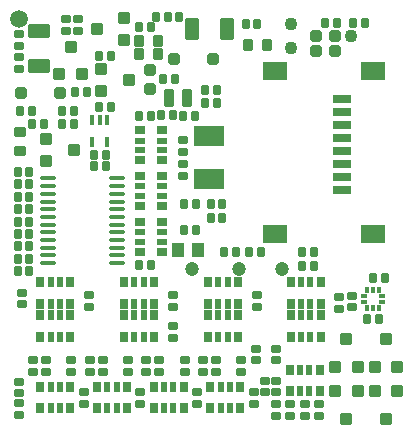
<source format=gbs>
G04*
G04 #@! TF.GenerationSoftware,Altium Limited,Altium Designer,23.8.1 (32)*
G04*
G04 Layer_Color=16711935*
%FSLAX25Y25*%
%MOIN*%
G70*
G04*
G04 #@! TF.SameCoordinates,1743D94C-C548-4208-902B-E8BBFEDC475C*
G04*
G04*
G04 #@! TF.FilePolarity,Negative*
G04*
G01*
G75*
G04:AMPARAMS|DCode=56|XSize=29.53mil|YSize=35.43mil|CornerRadius=4.53mil|HoleSize=0mil|Usage=FLASHONLY|Rotation=270.000|XOffset=0mil|YOffset=0mil|HoleType=Round|Shape=RoundedRectangle|*
%AMROUNDEDRECTD56*
21,1,0.02953,0.02638,0,0,270.0*
21,1,0.02047,0.03543,0,0,270.0*
1,1,0.00906,-0.01319,-0.01024*
1,1,0.00906,-0.01319,0.01024*
1,1,0.00906,0.01319,0.01024*
1,1,0.00906,0.01319,-0.01024*
%
%ADD56ROUNDEDRECTD56*%
G04:AMPARAMS|DCode=57|XSize=21.65mil|YSize=35.43mil|CornerRadius=3.74mil|HoleSize=0mil|Usage=FLASHONLY|Rotation=270.000|XOffset=0mil|YOffset=0mil|HoleType=Round|Shape=RoundedRectangle|*
%AMROUNDEDRECTD57*
21,1,0.02165,0.02795,0,0,270.0*
21,1,0.01417,0.03543,0,0,270.0*
1,1,0.00748,-0.01398,-0.00709*
1,1,0.00748,-0.01398,0.00709*
1,1,0.00748,0.01398,0.00709*
1,1,0.00748,0.01398,-0.00709*
%
%ADD57ROUNDEDRECTD57*%
G04:AMPARAMS|DCode=64|XSize=31.5mil|YSize=27.56mil|CornerRadius=4.33mil|HoleSize=0mil|Usage=FLASHONLY|Rotation=90.000|XOffset=0mil|YOffset=0mil|HoleType=Round|Shape=RoundedRectangle|*
%AMROUNDEDRECTD64*
21,1,0.03150,0.01890,0,0,90.0*
21,1,0.02284,0.02756,0,0,90.0*
1,1,0.00866,0.00945,0.01142*
1,1,0.00866,0.00945,-0.01142*
1,1,0.00866,-0.00945,-0.01142*
1,1,0.00866,-0.00945,0.01142*
%
%ADD64ROUNDEDRECTD64*%
G04:AMPARAMS|DCode=68|XSize=31.5mil|YSize=27.56mil|CornerRadius=4.33mil|HoleSize=0mil|Usage=FLASHONLY|Rotation=180.000|XOffset=0mil|YOffset=0mil|HoleType=Round|Shape=RoundedRectangle|*
%AMROUNDEDRECTD68*
21,1,0.03150,0.01890,0,0,180.0*
21,1,0.02284,0.02756,0,0,180.0*
1,1,0.00866,-0.01142,0.00945*
1,1,0.00866,0.01142,0.00945*
1,1,0.00866,0.01142,-0.00945*
1,1,0.00866,-0.01142,-0.00945*
%
%ADD68ROUNDEDRECTD68*%
G04:AMPARAMS|DCode=70|XSize=39.37mil|YSize=41.34mil|CornerRadius=5.51mil|HoleSize=0mil|Usage=FLASHONLY|Rotation=270.000|XOffset=0mil|YOffset=0mil|HoleType=Round|Shape=RoundedRectangle|*
%AMROUNDEDRECTD70*
21,1,0.03937,0.03032,0,0,270.0*
21,1,0.02835,0.04134,0,0,270.0*
1,1,0.01102,-0.01516,-0.01417*
1,1,0.01102,-0.01516,0.01417*
1,1,0.01102,0.01516,0.01417*
1,1,0.01102,0.01516,-0.01417*
%
%ADD70ROUNDEDRECTD70*%
G04:AMPARAMS|DCode=74|XSize=31.5mil|YSize=40.16mil|CornerRadius=4.72mil|HoleSize=0mil|Usage=FLASHONLY|Rotation=0.000|XOffset=0mil|YOffset=0mil|HoleType=Round|Shape=RoundedRectangle|*
%AMROUNDEDRECTD74*
21,1,0.03150,0.03071,0,0,0.0*
21,1,0.02205,0.04016,0,0,0.0*
1,1,0.00945,0.01102,-0.01535*
1,1,0.00945,-0.01102,-0.01535*
1,1,0.00945,-0.01102,0.01535*
1,1,0.00945,0.01102,0.01535*
%
%ADD74ROUNDEDRECTD74*%
G04:AMPARAMS|DCode=76|XSize=39.37mil|YSize=41.34mil|CornerRadius=5.51mil|HoleSize=0mil|Usage=FLASHONLY|Rotation=270.000|XOffset=0mil|YOffset=0mil|HoleType=Round|Shape=RoundedRectangle|*
%AMROUNDEDRECTD76*
21,1,0.03937,0.03032,0,0,270.0*
21,1,0.02835,0.04134,0,0,270.0*
1,1,0.01102,-0.01516,-0.01417*
1,1,0.01102,-0.01516,0.01417*
1,1,0.01102,0.01516,0.01417*
1,1,0.01102,0.01516,-0.01417*
%
%ADD76ROUNDEDRECTD76*%
%ADD81C,0.04724*%
%ADD82C,0.04294*%
%ADD83C,0.05906*%
G04:AMPARAMS|DCode=114|XSize=37.4mil|YSize=37.4mil|CornerRadius=5.32mil|HoleSize=0mil|Usage=FLASHONLY|Rotation=90.000|XOffset=0mil|YOffset=0mil|HoleType=Round|Shape=RoundedRectangle|*
%AMROUNDEDRECTD114*
21,1,0.03740,0.02677,0,0,90.0*
21,1,0.02677,0.03740,0,0,90.0*
1,1,0.01063,0.01339,0.01339*
1,1,0.01063,0.01339,-0.01339*
1,1,0.01063,-0.01339,-0.01339*
1,1,0.01063,-0.01339,0.01339*
%
%ADD114ROUNDEDRECTD114*%
G04:AMPARAMS|DCode=115|XSize=29.53mil|YSize=35.43mil|CornerRadius=4.53mil|HoleSize=0mil|Usage=FLASHONLY|Rotation=0.000|XOffset=0mil|YOffset=0mil|HoleType=Round|Shape=RoundedRectangle|*
%AMROUNDEDRECTD115*
21,1,0.02953,0.02638,0,0,0.0*
21,1,0.02047,0.03543,0,0,0.0*
1,1,0.00906,0.01024,-0.01319*
1,1,0.00906,-0.01024,-0.01319*
1,1,0.00906,-0.01024,0.01319*
1,1,0.00906,0.01024,0.01319*
%
%ADD115ROUNDEDRECTD115*%
G04:AMPARAMS|DCode=116|XSize=21.65mil|YSize=35.43mil|CornerRadius=3.74mil|HoleSize=0mil|Usage=FLASHONLY|Rotation=0.000|XOffset=0mil|YOffset=0mil|HoleType=Round|Shape=RoundedRectangle|*
%AMROUNDEDRECTD116*
21,1,0.02165,0.02795,0,0,0.0*
21,1,0.01417,0.03543,0,0,0.0*
1,1,0.00748,0.00709,-0.01398*
1,1,0.00748,-0.00709,-0.01398*
1,1,0.00748,-0.00709,0.01398*
1,1,0.00748,0.00709,0.01398*
%
%ADD116ROUNDEDRECTD116*%
G04:AMPARAMS|DCode=117|XSize=37.4mil|YSize=37.4mil|CornerRadius=5.32mil|HoleSize=0mil|Usage=FLASHONLY|Rotation=0.000|XOffset=0mil|YOffset=0mil|HoleType=Round|Shape=RoundedRectangle|*
%AMROUNDEDRECTD117*
21,1,0.03740,0.02677,0,0,0.0*
21,1,0.02677,0.03740,0,0,0.0*
1,1,0.01063,0.01339,-0.01339*
1,1,0.01063,-0.01339,-0.01339*
1,1,0.01063,-0.01339,0.01339*
1,1,0.01063,0.01339,0.01339*
%
%ADD117ROUNDEDRECTD117*%
G04:AMPARAMS|DCode=118|XSize=82.68mil|YSize=61.02mil|CornerRadius=7.68mil|HoleSize=0mil|Usage=FLASHONLY|Rotation=180.000|XOffset=0mil|YOffset=0mil|HoleType=Round|Shape=RoundedRectangle|*
%AMROUNDEDRECTD118*
21,1,0.08268,0.04567,0,0,180.0*
21,1,0.06732,0.06102,0,0,180.0*
1,1,0.01535,-0.03366,0.02284*
1,1,0.01535,0.03366,0.02284*
1,1,0.01535,0.03366,-0.02284*
1,1,0.01535,-0.03366,-0.02284*
%
%ADD118ROUNDEDRECTD118*%
G04:AMPARAMS|DCode=119|XSize=62.99mil|YSize=29.53mil|CornerRadius=4.53mil|HoleSize=0mil|Usage=FLASHONLY|Rotation=180.000|XOffset=0mil|YOffset=0mil|HoleType=Round|Shape=RoundedRectangle|*
%AMROUNDEDRECTD119*
21,1,0.06299,0.02047,0,0,180.0*
21,1,0.05394,0.02953,0,0,180.0*
1,1,0.00906,-0.02697,0.01024*
1,1,0.00906,0.02697,0.01024*
1,1,0.00906,0.02697,-0.01024*
1,1,0.00906,-0.02697,-0.01024*
%
%ADD119ROUNDEDRECTD119*%
G04:AMPARAMS|DCode=120|XSize=39.37mil|YSize=41.34mil|CornerRadius=5.51mil|HoleSize=0mil|Usage=FLASHONLY|Rotation=180.000|XOffset=0mil|YOffset=0mil|HoleType=Round|Shape=RoundedRectangle|*
%AMROUNDEDRECTD120*
21,1,0.03937,0.03032,0,0,180.0*
21,1,0.02835,0.04134,0,0,180.0*
1,1,0.01102,-0.01417,0.01516*
1,1,0.01102,0.01417,0.01516*
1,1,0.01102,0.01417,-0.01516*
1,1,0.01102,-0.01417,-0.01516*
%
%ADD120ROUNDEDRECTD120*%
%ADD121R,0.01772X0.01870*%
G04:AMPARAMS|DCode=122|XSize=16.54mil|YSize=35.43mil|CornerRadius=3.23mil|HoleSize=0mil|Usage=FLASHONLY|Rotation=180.000|XOffset=0mil|YOffset=0mil|HoleType=Round|Shape=RoundedRectangle|*
%AMROUNDEDRECTD122*
21,1,0.01654,0.02898,0,0,180.0*
21,1,0.01008,0.03543,0,0,180.0*
1,1,0.00646,-0.00504,0.01449*
1,1,0.00646,0.00504,0.01449*
1,1,0.00646,0.00504,-0.01449*
1,1,0.00646,-0.00504,-0.01449*
%
%ADD122ROUNDEDRECTD122*%
%ADD123O,0.05354X0.01378*%
G04:AMPARAMS|DCode=124|XSize=74.8mil|YSize=49.21mil|CornerRadius=6.5mil|HoleSize=0mil|Usage=FLASHONLY|Rotation=0.000|XOffset=0mil|YOffset=0mil|HoleType=Round|Shape=RoundedRectangle|*
%AMROUNDEDRECTD124*
21,1,0.07480,0.03622,0,0,0.0*
21,1,0.06181,0.04921,0,0,0.0*
1,1,0.01299,0.03091,-0.01811*
1,1,0.01299,-0.03091,-0.01811*
1,1,0.01299,-0.03091,0.01811*
1,1,0.01299,0.03091,0.01811*
%
%ADD124ROUNDEDRECTD124*%
G04:AMPARAMS|DCode=125|XSize=39.76mil|YSize=37.4mil|CornerRadius=5.32mil|HoleSize=0mil|Usage=FLASHONLY|Rotation=0.000|XOffset=0mil|YOffset=0mil|HoleType=Round|Shape=RoundedRectangle|*
%AMROUNDEDRECTD125*
21,1,0.03976,0.02677,0,0,0.0*
21,1,0.02913,0.03740,0,0,0.0*
1,1,0.01063,0.01457,-0.01339*
1,1,0.01063,-0.01457,-0.01339*
1,1,0.01063,-0.01457,0.01339*
1,1,0.01063,0.01457,0.01339*
%
%ADD125ROUNDEDRECTD125*%
%ADD126R,0.09843X0.07087*%
%ADD127R,0.01870X0.01772*%
G04:AMPARAMS|DCode=128|XSize=31.5mil|YSize=59.06mil|CornerRadius=4.72mil|HoleSize=0mil|Usage=FLASHONLY|Rotation=0.000|XOffset=0mil|YOffset=0mil|HoleType=Round|Shape=RoundedRectangle|*
%AMROUNDEDRECTD128*
21,1,0.03150,0.04961,0,0,0.0*
21,1,0.02205,0.05906,0,0,0.0*
1,1,0.00945,0.01102,-0.02480*
1,1,0.00945,-0.01102,-0.02480*
1,1,0.00945,-0.01102,0.02480*
1,1,0.00945,0.01102,0.02480*
%
%ADD128ROUNDEDRECTD128*%
G04:AMPARAMS|DCode=129|XSize=39.37mil|YSize=41.34mil|CornerRadius=5.51mil|HoleSize=0mil|Usage=FLASHONLY|Rotation=180.000|XOffset=0mil|YOffset=0mil|HoleType=Round|Shape=RoundedRectangle|*
%AMROUNDEDRECTD129*
21,1,0.03937,0.03032,0,0,180.0*
21,1,0.02835,0.04134,0,0,180.0*
1,1,0.01102,-0.01417,0.01516*
1,1,0.01102,0.01417,0.01516*
1,1,0.01102,0.01417,-0.01516*
1,1,0.01102,-0.01417,-0.01516*
%
%ADD129ROUNDEDRECTD129*%
%ADD130R,0.04331X0.04724*%
G04:AMPARAMS|DCode=131|XSize=74.8mil|YSize=49.21mil|CornerRadius=6.5mil|HoleSize=0mil|Usage=FLASHONLY|Rotation=90.000|XOffset=0mil|YOffset=0mil|HoleType=Round|Shape=RoundedRectangle|*
%AMROUNDEDRECTD131*
21,1,0.07480,0.03622,0,0,90.0*
21,1,0.06181,0.04921,0,0,90.0*
1,1,0.01299,0.01811,0.03091*
1,1,0.01299,0.01811,-0.03091*
1,1,0.01299,-0.01811,-0.03091*
1,1,0.01299,-0.01811,0.03091*
%
%ADD131ROUNDEDRECTD131*%
G04:AMPARAMS|DCode=132|XSize=31.5mil|YSize=40.16mil|CornerRadius=4.72mil|HoleSize=0mil|Usage=FLASHONLY|Rotation=90.000|XOffset=0mil|YOffset=0mil|HoleType=Round|Shape=RoundedRectangle|*
%AMROUNDEDRECTD132*
21,1,0.03150,0.03071,0,0,90.0*
21,1,0.02205,0.04016,0,0,90.0*
1,1,0.00945,0.01535,0.01102*
1,1,0.00945,0.01535,-0.01102*
1,1,0.00945,-0.01535,-0.01102*
1,1,0.00945,-0.01535,0.01102*
%
%ADD132ROUNDEDRECTD132*%
D56*
X51969Y85039D02*
D03*
Y59744D02*
D03*
Y75000D02*
D03*
Y69784D02*
D03*
X44882Y100295D02*
D03*
X51969D02*
D03*
X51969Y90256D02*
D03*
X44882D02*
D03*
X44882Y59744D02*
D03*
Y69784D02*
D03*
Y75000D02*
D03*
Y85039D02*
D03*
D57*
X51969Y81594D02*
D03*
Y66339D02*
D03*
Y78445D02*
D03*
Y63189D02*
D03*
X51969Y93701D02*
D03*
Y96850D02*
D03*
X44882Y96850D02*
D03*
X44882Y93701D02*
D03*
X44882Y66339D02*
D03*
Y63189D02*
D03*
Y81594D02*
D03*
Y78445D02*
D03*
D64*
X53937Y138189D02*
D03*
X50000D02*
D03*
X48425Y134646D02*
D03*
X44488D02*
D03*
X56299Y117323D02*
D03*
X52362D02*
D03*
X84952Y59621D02*
D03*
X81015D02*
D03*
X76756D02*
D03*
X72819D02*
D03*
X33434Y92088D02*
D03*
X29497D02*
D03*
X33434Y88365D02*
D03*
X29497D02*
D03*
X31018Y125197D02*
D03*
X34955D02*
D03*
X119652Y136130D02*
D03*
X83904Y135891D02*
D03*
X98819Y59621D02*
D03*
X66535Y113779D02*
D03*
Y109449D02*
D03*
X63105Y105230D02*
D03*
X51828Y105285D02*
D03*
X72244Y75625D02*
D03*
X63455D02*
D03*
X59518Y67140D02*
D03*
X124435Y37274D02*
D03*
X98819Y55118D02*
D03*
X57874Y138189D02*
D03*
X44488Y105194D02*
D03*
X22835Y106592D02*
D03*
X8770D02*
D03*
X22835Y102362D02*
D03*
X8770D02*
D03*
X48473Y55454D02*
D03*
X3937Y53543D02*
D03*
X70472Y113779D02*
D03*
X59518Y75625D02*
D03*
X68307D02*
D03*
Y71137D02*
D03*
X72244D02*
D03*
X126378Y51181D02*
D03*
X122441D02*
D03*
X120498Y37274D02*
D03*
X35053Y108098D02*
D03*
X31116D02*
D03*
X4832Y106592D02*
D03*
X48425Y105194D02*
D03*
X63455Y67140D02*
D03*
X55765Y105285D02*
D03*
X59168Y105230D02*
D03*
X18898Y102362D02*
D03*
X44536Y55454D02*
D03*
X7874Y53543D02*
D03*
X79967Y135891D02*
D03*
X53937Y138189D02*
D03*
X27165Y113165D02*
D03*
X23228D02*
D03*
X18898Y106592D02*
D03*
X102756Y55118D02*
D03*
Y59621D02*
D03*
X70472Y109449D02*
D03*
X115715Y136130D02*
D03*
X106399D02*
D03*
X110336D02*
D03*
X12707Y102362D02*
D03*
X3937Y57480D02*
D03*
X7874D02*
D03*
X3937Y69882D02*
D03*
X7874D02*
D03*
X3937Y74016D02*
D03*
X7874D02*
D03*
X3937Y82284D02*
D03*
X7874D02*
D03*
X3937Y78150D02*
D03*
X7874D02*
D03*
X3937Y86417D02*
D03*
X7874D02*
D03*
X3937Y65748D02*
D03*
X7874D02*
D03*
X3937Y61614D02*
D03*
X7874D02*
D03*
D68*
X58927Y88976D02*
D03*
Y93209D02*
D03*
X104331Y5118D02*
D03*
X99606Y5118D02*
D03*
X94882D02*
D03*
X90158D02*
D03*
X20079Y133465D02*
D03*
X24213D02*
D03*
X115393Y41244D02*
D03*
Y45181D02*
D03*
X4464Y132283D02*
D03*
Y128347D02*
D03*
X58927Y97146D02*
D03*
Y85039D02*
D03*
X111221Y40748D02*
D03*
Y44685D02*
D03*
X86448Y12972D02*
D03*
Y16909D02*
D03*
X90158D02*
D03*
Y12972D02*
D03*
Y27559D02*
D03*
Y23622D02*
D03*
X90158Y9055D02*
D03*
X94882D02*
D03*
X104331Y9055D02*
D03*
X99606Y9055D02*
D03*
X5499Y42249D02*
D03*
Y46186D02*
D03*
X55709Y45276D02*
D03*
Y41339D02*
D03*
Y35039D02*
D03*
Y31102D02*
D03*
X27756Y45276D02*
D03*
Y41339D02*
D03*
X51181Y19882D02*
D03*
Y23819D02*
D03*
X21851Y19882D02*
D03*
Y23819D02*
D03*
X9055Y19882D02*
D03*
Y23819D02*
D03*
X25947Y12972D02*
D03*
Y9035D02*
D03*
X4331Y12598D02*
D03*
Y16535D02*
D03*
X4528Y9449D02*
D03*
Y5512D02*
D03*
X4464Y120757D02*
D03*
Y124694D02*
D03*
X20079Y137402D02*
D03*
X24213D02*
D03*
X27953Y23819D02*
D03*
Y19882D02*
D03*
X32283Y23819D02*
D03*
Y19882D02*
D03*
X40748Y23819D02*
D03*
Y19882D02*
D03*
X44914Y9035D02*
D03*
Y12972D02*
D03*
X83661Y41339D02*
D03*
Y45276D02*
D03*
X13386Y23819D02*
D03*
Y19882D02*
D03*
X63757Y9035D02*
D03*
Y12972D02*
D03*
X59646Y23819D02*
D03*
Y19882D02*
D03*
X46851Y23819D02*
D03*
Y19882D02*
D03*
X82737Y9035D02*
D03*
Y12972D02*
D03*
X78544Y23819D02*
D03*
Y19882D02*
D03*
X70079Y23819D02*
D03*
Y19882D02*
D03*
X65748Y23819D02*
D03*
Y19882D02*
D03*
X83525Y27559D02*
D03*
Y23622D02*
D03*
D70*
X39557Y130256D02*
D03*
X31817Y120781D02*
D03*
X13484Y97411D02*
D03*
D74*
X87205Y128839D02*
D03*
X80905D02*
D03*
X50591Y130217D02*
D03*
X44291Y130217D02*
D03*
X50591Y125591D02*
D03*
X44291D02*
D03*
D76*
X22736Y93670D02*
D03*
X31817Y113301D02*
D03*
X41069Y117041D02*
D03*
X39557Y137736D02*
D03*
X30305Y133996D02*
D03*
X13484Y89930D02*
D03*
D81*
X77913Y54134D02*
D03*
X92126D02*
D03*
X62126D02*
D03*
D82*
X115118Y131693D02*
D03*
X95118Y127693D02*
D03*
Y135693D02*
D03*
D83*
X4331Y137402D02*
D03*
D114*
X48031Y120394D02*
D03*
Y114173D02*
D03*
D115*
X77461Y49606D02*
D03*
Y42520D02*
D03*
X67421D02*
D03*
X67421Y49606D02*
D03*
X49508Y42520D02*
D03*
X21555D02*
D03*
X39469Y38583D02*
D03*
X94587Y13386D02*
D03*
X94587Y20472D02*
D03*
X104626D02*
D03*
Y13386D02*
D03*
X11516Y31496D02*
D03*
X11516Y38583D02*
D03*
X21555Y38583D02*
D03*
X21555Y31496D02*
D03*
X21555Y49606D02*
D03*
X11516Y42520D02*
D03*
X11516Y49606D02*
D03*
X39469Y31496D02*
D03*
X49508Y38583D02*
D03*
Y31496D02*
D03*
X49508Y49606D02*
D03*
X39469Y42520D02*
D03*
Y49606D02*
D03*
X40453Y7677D02*
D03*
Y14764D02*
D03*
X30413D02*
D03*
Y7677D02*
D03*
X21555D02*
D03*
X21555Y14764D02*
D03*
X11516D02*
D03*
X11516Y7677D02*
D03*
X59351D02*
D03*
Y14764D02*
D03*
X49311D02*
D03*
X49311Y7677D02*
D03*
X78248D02*
D03*
Y14764D02*
D03*
X68209D02*
D03*
X68209Y7677D02*
D03*
X77461Y31496D02*
D03*
Y38583D02*
D03*
X67421Y38583D02*
D03*
X67421Y31496D02*
D03*
X105020D02*
D03*
X105020Y38583D02*
D03*
X94980Y38583D02*
D03*
Y31496D02*
D03*
X94980Y49606D02*
D03*
X94980Y42520D02*
D03*
X105020D02*
D03*
Y49606D02*
D03*
D116*
X70866Y42520D02*
D03*
X74016D02*
D03*
X74016Y49606D02*
D03*
X70866Y49606D02*
D03*
X46063Y42520D02*
D03*
X18110D02*
D03*
X42913Y38583D02*
D03*
X101181Y20472D02*
D03*
X98032D02*
D03*
Y13386D02*
D03*
X101181D02*
D03*
X18110Y38583D02*
D03*
X14961D02*
D03*
Y31496D02*
D03*
X18110Y31496D02*
D03*
X14961Y42520D02*
D03*
X18110Y49606D02*
D03*
X14961Y49606D02*
D03*
X46063Y38583D02*
D03*
X42913Y31496D02*
D03*
X46063D02*
D03*
X42914Y42520D02*
D03*
X46063Y49606D02*
D03*
X42914D02*
D03*
X37008Y7677D02*
D03*
X33858D02*
D03*
Y14764D02*
D03*
X37008D02*
D03*
X18111Y7677D02*
D03*
X14961D02*
D03*
Y14764D02*
D03*
X18111D02*
D03*
X55906Y7677D02*
D03*
X52756D02*
D03*
Y14764D02*
D03*
X55906D02*
D03*
X74803Y7677D02*
D03*
X71654D02*
D03*
Y14764D02*
D03*
X74803D02*
D03*
X74016Y31496D02*
D03*
X70866D02*
D03*
Y38583D02*
D03*
X74016D02*
D03*
X101575Y31496D02*
D03*
X98425D02*
D03*
Y38583D02*
D03*
X101575Y38583D02*
D03*
X98425Y49606D02*
D03*
X101575Y49606D02*
D03*
X101575Y42520D02*
D03*
X98425Y42520D02*
D03*
D117*
X109803Y126870D02*
D03*
Y131860D02*
D03*
X103583D02*
D03*
Y126870D02*
D03*
D118*
X122441Y119980D02*
D03*
X89764D02*
D03*
X122441Y65847D02*
D03*
X89764D02*
D03*
D119*
X112205Y101949D02*
D03*
Y110610D02*
D03*
Y106280D02*
D03*
Y97618D02*
D03*
Y93287D02*
D03*
Y88957D02*
D03*
Y84626D02*
D03*
Y80295D02*
D03*
D120*
X130512Y21339D02*
D03*
X117308D02*
D03*
X123031Y13307D02*
D03*
X109828Y13307D02*
D03*
X126772Y30591D02*
D03*
X113568D02*
D03*
X113568Y4055D02*
D03*
X25394Y118976D02*
D03*
X21654Y128228D02*
D03*
X126772Y4055D02*
D03*
D121*
X124435Y47112D02*
D03*
X120498D02*
D03*
X124435Y41108D02*
D03*
X122467D02*
D03*
Y47112D02*
D03*
X120498Y41108D02*
D03*
D122*
X33870Y103760D02*
D03*
X28752D02*
D03*
X31311D02*
D03*
X33870Y96279D02*
D03*
X28752D02*
D03*
D123*
X37087Y84252D02*
D03*
X14095Y81693D02*
D03*
Y84252D02*
D03*
X37087Y61221D02*
D03*
X14095Y58662D02*
D03*
Y56102D02*
D03*
Y61221D02*
D03*
Y63780D02*
D03*
Y66339D02*
D03*
Y68898D02*
D03*
Y71457D02*
D03*
Y74016D02*
D03*
Y76575D02*
D03*
Y79134D02*
D03*
X37087Y56102D02*
D03*
Y58662D02*
D03*
Y63780D02*
D03*
Y66339D02*
D03*
Y68898D02*
D03*
Y71457D02*
D03*
Y74016D02*
D03*
Y76575D02*
D03*
Y79134D02*
D03*
Y81693D02*
D03*
D124*
X11024Y121839D02*
D03*
Y133257D02*
D03*
D125*
X69114Y123974D02*
D03*
X56122D02*
D03*
X5037Y112774D02*
D03*
X18029Y112774D02*
D03*
D126*
X67889Y98569D02*
D03*
X67889Y84002D02*
D03*
D127*
X119465Y43126D02*
D03*
Y45094D02*
D03*
X125469D02*
D03*
Y43126D02*
D03*
D128*
X54478Y111092D02*
D03*
X60383D02*
D03*
D129*
X123031Y21339D02*
D03*
X109828D02*
D03*
X117308Y13307D02*
D03*
X17913Y118976D02*
D03*
X130512Y13307D02*
D03*
D130*
X57281Y60433D02*
D03*
X63974D02*
D03*
D131*
X73642Y133970D02*
D03*
X62225D02*
D03*
D132*
X4725Y99606D02*
D03*
X4725Y93307D02*
D03*
M02*

</source>
